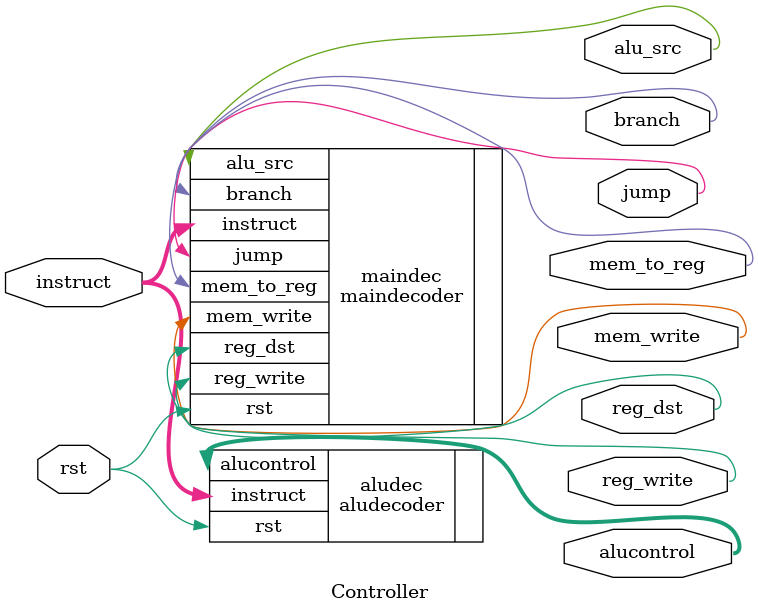
<source format=v>
module Controller(
input [31:0] instruct,
input rst,                
output branch,
output jump,
output mem_to_reg,
output mem_write,
output reg_dst,
output reg_write,
output [2:0] alucontrol,
output alu_src
);

maindecoder maindec(
    .instruct(instruct),
    .rst(rst),           
    .branch(branch),
    .jump(jump),
    .mem_to_reg(mem_to_reg),
    .mem_write(mem_write),
    .reg_dst(reg_dst),
    .reg_write(reg_write),
    .alu_src(alu_src)
);

aludecoder aludec(
    .instruct(instruct),
    .rst(rst),           
    .alucontrol(alucontrol)
);
endmodule

</source>
